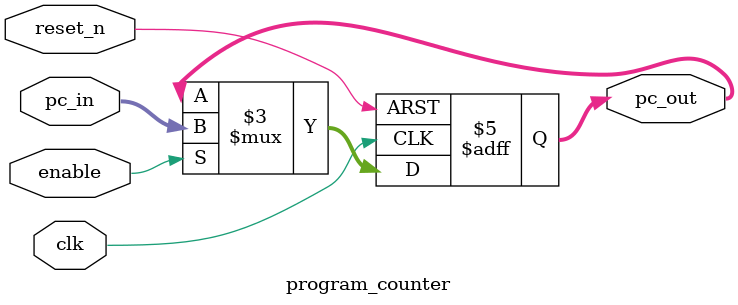
<source format=sv>
module program_counter #(parameter n =32)(
    input  logic clk, 
    input  logic reset_n,
    input  logic enable,
    input  logic [n-1:0] pc_in,  
    output logic [n-1:0] pc_out
);

    always_ff @(posedge clk, negedge reset_n)
    begin 
        if(~reset_n)  
            pc_out <= 0;
        else if (enable)
            pc_out <= pc_in;
         
    end


endmodule 

</source>
